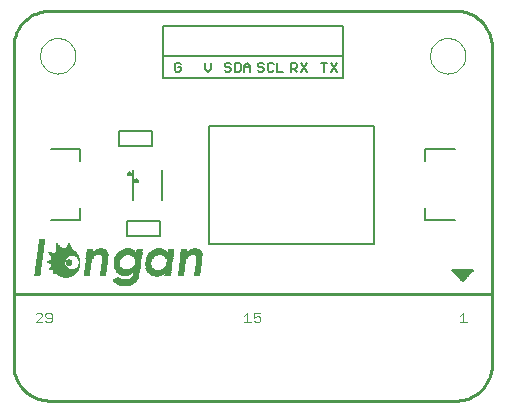
<source format=gto>
G75*
G70*
%OFA0B0*%
%FSLAX24Y24*%
%IPPOS*%
%LPD*%
%AMOC8*
5,1,8,0,0,1.08239X$1,22.5*
%
%ADD10C,0.0050*%
%ADD11C,0.0060*%
%ADD12C,0.0100*%
%ADD13C,0.0000*%
%ADD14C,0.0040*%
%ADD15R,0.0151X0.0006*%
%ADD16R,0.0239X0.0006*%
%ADD17R,0.0302X0.0006*%
%ADD18R,0.0346X0.0006*%
%ADD19R,0.0391X0.0006*%
%ADD20R,0.0422X0.0006*%
%ADD21R,0.0454X0.0006*%
%ADD22R,0.0479X0.0006*%
%ADD23R,0.0504X0.0006*%
%ADD24R,0.0529X0.0006*%
%ADD25R,0.0548X0.0006*%
%ADD26R,0.0573X0.0006*%
%ADD27R,0.0592X0.0006*%
%ADD28R,0.0611X0.0006*%
%ADD29R,0.0630X0.0006*%
%ADD30R,0.0643X0.0006*%
%ADD31R,0.0661X0.0006*%
%ADD32R,0.0674X0.0006*%
%ADD33R,0.0693X0.0006*%
%ADD34R,0.0706X0.0006*%
%ADD35R,0.0718X0.0006*%
%ADD36R,0.0731X0.0006*%
%ADD37R,0.0743X0.0006*%
%ADD38R,0.0750X0.0006*%
%ADD39R,0.0762X0.0006*%
%ADD40R,0.0775X0.0006*%
%ADD41R,0.0787X0.0006*%
%ADD42R,0.0800X0.0006*%
%ADD43R,0.0813X0.0006*%
%ADD44R,0.0806X0.0006*%
%ADD45R,0.0321X0.0006*%
%ADD46R,0.0359X0.0006*%
%ADD47R,0.0283X0.0006*%
%ADD48R,0.0328X0.0006*%
%ADD49R,0.0246X0.0006*%
%ADD50R,0.0315X0.0006*%
%ADD51R,0.0220X0.0006*%
%ADD52R,0.0296X0.0006*%
%ADD53R,0.0195X0.0006*%
%ADD54R,0.0290X0.0006*%
%ADD55R,0.0170X0.0006*%
%ADD56R,0.0277X0.0006*%
%ADD57R,0.0145X0.0006*%
%ADD58R,0.0126X0.0006*%
%ADD59R,0.0265X0.0006*%
%ADD60R,0.0107X0.0006*%
%ADD61R,0.0088X0.0006*%
%ADD62R,0.0258X0.0006*%
%ADD63R,0.0063X0.0006*%
%ADD64R,0.0252X0.0006*%
%ADD65R,0.0044X0.0006*%
%ADD66R,0.0025X0.0006*%
%ADD67R,0.0069X0.0006*%
%ADD68R,0.0006X0.0006*%
%ADD69R,0.0233X0.0006*%
%ADD70R,0.0227X0.0006*%
%ADD71R,0.0384X0.0006*%
%ADD72R,0.0409X0.0006*%
%ADD73R,0.0189X0.0006*%
%ADD74R,0.0435X0.0006*%
%ADD75R,0.0214X0.0006*%
%ADD76R,0.0460X0.0006*%
%ADD77R,0.0208X0.0006*%
%ADD78R,0.0050X0.0006*%
%ADD79R,0.0271X0.0006*%
%ADD80R,0.0485X0.0006*%
%ADD81R,0.0510X0.0006*%
%ADD82R,0.0523X0.0006*%
%ADD83R,0.0372X0.0006*%
%ADD84R,0.0561X0.0006*%
%ADD85R,0.0586X0.0006*%
%ADD86R,0.0340X0.0006*%
%ADD87R,0.0598X0.0006*%
%ADD88R,0.0365X0.0006*%
%ADD89R,0.0441X0.0006*%
%ADD90R,0.0038X0.0006*%
%ADD91R,0.0624X0.0006*%
%ADD92R,0.0416X0.0006*%
%ADD93R,0.0649X0.0006*%
%ADD94R,0.0428X0.0006*%
%ADD95R,0.0472X0.0006*%
%ADD96R,0.0491X0.0006*%
%ADD97R,0.0466X0.0006*%
%ADD98R,0.0756X0.0006*%
%ADD99R,0.0517X0.0006*%
%ADD100R,0.0769X0.0006*%
%ADD101R,0.0781X0.0006*%
%ADD102R,0.0794X0.0006*%
%ADD103R,0.0825X0.0006*%
%ADD104R,0.0838X0.0006*%
%ADD105R,0.0819X0.0006*%
%ADD106R,0.0353X0.0006*%
%ADD107R,0.0850X0.0006*%
%ADD108R,0.0334X0.0006*%
%ADD109R,0.0712X0.0006*%
%ADD110R,0.0157X0.0006*%
%ADD111R,0.0699X0.0006*%
%ADD112R,0.0309X0.0006*%
%ADD113R,0.0680X0.0006*%
%ADD114R,0.0668X0.0006*%
%ADD115R,0.0120X0.0006*%
%ADD116R,0.0655X0.0006*%
%ADD117R,0.0101X0.0006*%
%ADD118R,0.0082X0.0006*%
%ADD119R,0.0076X0.0006*%
%ADD120R,0.0535X0.0006*%
%ADD121R,0.0057X0.0006*%
%ADD122R,0.0498X0.0006*%
%ADD123R,0.0094X0.0006*%
%ADD124R,0.0132X0.0006*%
%ADD125R,0.0202X0.0006*%
%ADD126R,0.0176X0.0006*%
%ADD127R,0.0031X0.0006*%
%ADD128R,0.0183X0.0006*%
%ADD129R,0.0542X0.0006*%
%ADD130R,0.0554X0.0006*%
%ADD131R,0.0567X0.0006*%
%ADD132R,0.0580X0.0006*%
%ADD133R,0.0605X0.0006*%
%ADD134R,0.0687X0.0006*%
%ADD135R,0.0939X0.0006*%
%ADD136R,0.0932X0.0006*%
%ADD137R,0.0857X0.0006*%
%ADD138R,0.0737X0.0006*%
%ADD139R,0.0844X0.0006*%
%ADD140R,0.0724X0.0006*%
%ADD141R,0.0831X0.0006*%
%ADD142R,0.0164X0.0006*%
%ADD143R,0.0636X0.0006*%
%ADD144R,0.0397X0.0006*%
%ADD145R,0.0403X0.0006*%
%ADD146R,0.0378X0.0006*%
%ADD147R,0.0139X0.0006*%
%ADD148R,0.0113X0.0006*%
%ADD149R,0.0019X0.0006*%
%ADD150R,0.0013X0.0006*%
D10*
X004100Y005660D02*
X004100Y006160D01*
X005200Y006160D01*
X005200Y005660D01*
X004100Y005660D01*
X004308Y006868D02*
X004308Y007852D01*
X004145Y007724D02*
X004147Y007738D01*
X004152Y007750D01*
X004161Y007761D01*
X004173Y007769D01*
X004186Y007774D01*
X004199Y007775D01*
X004213Y007772D01*
X004225Y007766D01*
X004236Y007756D01*
X004243Y007744D01*
X004247Y007731D01*
X004247Y007717D01*
X004243Y007704D01*
X004236Y007692D01*
X004225Y007682D01*
X004213Y007676D01*
X004199Y007673D01*
X004186Y007674D01*
X004173Y007679D01*
X004161Y007687D01*
X004152Y007698D01*
X004147Y007710D01*
X004145Y007724D01*
X004365Y007488D02*
X004367Y007502D01*
X004372Y007514D01*
X004381Y007525D01*
X004393Y007533D01*
X004406Y007538D01*
X004419Y007539D01*
X004433Y007536D01*
X004445Y007530D01*
X004456Y007520D01*
X004463Y007508D01*
X004467Y007495D01*
X004467Y007481D01*
X004463Y007468D01*
X004456Y007456D01*
X004445Y007446D01*
X004433Y007440D01*
X004419Y007437D01*
X004406Y007438D01*
X004393Y007443D01*
X004381Y007451D01*
X004372Y007462D01*
X004367Y007474D01*
X004365Y007488D01*
X004367Y007502D01*
X004372Y007514D01*
X004381Y007525D01*
X004393Y007533D01*
X004406Y007538D01*
X004419Y007539D01*
X004433Y007536D01*
X004445Y007530D01*
X004456Y007520D01*
X004463Y007508D01*
X004467Y007495D01*
X004467Y007481D01*
X004463Y007468D01*
X004456Y007456D01*
X004445Y007446D01*
X004433Y007440D01*
X004419Y007437D01*
X004406Y007438D01*
X004393Y007443D01*
X004381Y007451D01*
X004372Y007462D01*
X004367Y007474D01*
X004365Y007488D01*
X005292Y007852D02*
X005292Y006868D01*
X006847Y005391D02*
X006847Y009329D01*
X012359Y009329D01*
X012359Y005391D01*
X006847Y005391D01*
X004950Y008660D02*
X003850Y008660D01*
X003850Y009160D01*
X004950Y009160D01*
X004950Y008660D01*
X002550Y008541D02*
X002550Y008147D01*
X002550Y008541D02*
X001566Y008541D01*
X002550Y006573D02*
X002550Y006179D01*
X001566Y006179D01*
X005300Y010910D02*
X011300Y010910D01*
X011300Y011660D01*
X005300Y011660D01*
X005300Y012660D01*
X011300Y012660D01*
X011300Y011660D01*
X011097Y011435D02*
X010897Y011135D01*
X011097Y011135D02*
X010897Y011435D01*
X010775Y011435D02*
X010575Y011435D01*
X010675Y011435D02*
X010675Y011135D01*
X010097Y011135D02*
X009897Y011435D01*
X009775Y011385D02*
X009775Y011285D01*
X009725Y011235D01*
X009575Y011235D01*
X009575Y011135D02*
X009575Y011435D01*
X009725Y011435D01*
X009775Y011385D01*
X009675Y011235D02*
X009775Y011135D01*
X009897Y011135D02*
X010097Y011435D01*
X009320Y011135D02*
X009120Y011135D01*
X009120Y011435D01*
X008997Y011385D02*
X008947Y011435D01*
X008847Y011435D01*
X008797Y011385D01*
X008797Y011185D01*
X008847Y011135D01*
X008947Y011135D01*
X008997Y011185D01*
X008675Y011185D02*
X008625Y011135D01*
X008525Y011135D01*
X008475Y011185D01*
X008525Y011285D02*
X008625Y011285D01*
X008675Y011235D01*
X008675Y011185D01*
X008525Y011285D02*
X008475Y011335D01*
X008475Y011385D01*
X008525Y011435D01*
X008625Y011435D01*
X008675Y011385D01*
X008220Y011335D02*
X008220Y011135D01*
X008220Y011285D02*
X008020Y011285D01*
X008020Y011335D02*
X008020Y011135D01*
X007897Y011185D02*
X007897Y011385D01*
X007847Y011435D01*
X007697Y011435D01*
X007697Y011135D01*
X007847Y011135D01*
X007897Y011185D01*
X008020Y011335D02*
X008120Y011435D01*
X008220Y011335D01*
X007575Y011385D02*
X007525Y011435D01*
X007425Y011435D01*
X007375Y011385D01*
X007375Y011335D01*
X007425Y011285D01*
X007525Y011285D01*
X007575Y011235D01*
X007575Y011185D01*
X007525Y011135D01*
X007425Y011135D01*
X007375Y011185D01*
X006925Y011235D02*
X006925Y011435D01*
X006925Y011235D02*
X006825Y011135D01*
X006725Y011235D01*
X006725Y011435D01*
X005900Y011385D02*
X005850Y011435D01*
X005750Y011435D01*
X005700Y011385D01*
X005700Y011185D01*
X005750Y011135D01*
X005850Y011135D01*
X005900Y011185D01*
X005900Y011285D01*
X005800Y011285D01*
X005300Y011660D02*
X005300Y010910D01*
X014050Y008541D02*
X014050Y008147D01*
X014050Y008541D02*
X015034Y008541D01*
X014050Y006573D02*
X014050Y006179D01*
X015034Y006179D01*
D11*
X014950Y004510D02*
X015550Y004510D01*
X015550Y004410D01*
X015650Y004510D01*
X015550Y004510D01*
X015550Y004410D01*
X015300Y004160D01*
X014950Y004510D01*
X014965Y004495D02*
X015550Y004495D01*
X015635Y004495D01*
X015577Y004437D02*
X015550Y004437D01*
X015023Y004437D01*
X015082Y004378D02*
X015518Y004378D01*
X015460Y004320D02*
X015140Y004320D01*
X015199Y004261D02*
X015401Y004261D01*
X015343Y004203D02*
X015257Y004203D01*
D12*
X000328Y001364D02*
X000328Y011956D01*
X000330Y012023D01*
X000336Y012090D01*
X000345Y012157D01*
X000358Y012223D01*
X000375Y012288D01*
X000395Y012352D01*
X000419Y012415D01*
X000447Y012477D01*
X000478Y012536D01*
X000512Y012594D01*
X000549Y012650D01*
X000590Y012704D01*
X000633Y012756D01*
X000679Y012805D01*
X000728Y012851D01*
X000780Y012894D01*
X000834Y012935D01*
X000890Y012972D01*
X000948Y013006D01*
X001007Y013037D01*
X001069Y013065D01*
X001132Y013089D01*
X001196Y013109D01*
X001261Y013126D01*
X001327Y013139D01*
X001394Y013148D01*
X001461Y013154D01*
X001528Y013156D01*
X015072Y013156D01*
X015139Y013154D01*
X015206Y013148D01*
X015273Y013139D01*
X015339Y013126D01*
X015404Y013109D01*
X015468Y013089D01*
X015531Y013065D01*
X015593Y013037D01*
X015652Y013006D01*
X015710Y012972D01*
X015766Y012935D01*
X015820Y012894D01*
X015872Y012851D01*
X015921Y012805D01*
X015967Y012756D01*
X016010Y012704D01*
X016051Y012650D01*
X016088Y012594D01*
X016122Y012536D01*
X016153Y012477D01*
X016181Y012415D01*
X016205Y012352D01*
X016225Y012288D01*
X016242Y012223D01*
X016255Y012157D01*
X016264Y012090D01*
X016270Y012023D01*
X016272Y011956D01*
X016272Y001364D01*
X016270Y001297D01*
X016264Y001230D01*
X016255Y001163D01*
X016242Y001097D01*
X016225Y001032D01*
X016205Y000968D01*
X016181Y000905D01*
X016153Y000843D01*
X016122Y000784D01*
X016088Y000726D01*
X016051Y000670D01*
X016010Y000616D01*
X015967Y000564D01*
X015921Y000515D01*
X015872Y000469D01*
X015820Y000426D01*
X015766Y000385D01*
X015710Y000348D01*
X015652Y000314D01*
X015593Y000283D01*
X015531Y000255D01*
X015468Y000231D01*
X015404Y000211D01*
X015339Y000194D01*
X015273Y000181D01*
X015206Y000172D01*
X015139Y000166D01*
X015072Y000164D01*
X001528Y000164D01*
X001461Y000166D01*
X001394Y000172D01*
X001327Y000181D01*
X001261Y000194D01*
X001196Y000211D01*
X001132Y000231D01*
X001069Y000255D01*
X001007Y000283D01*
X000948Y000314D01*
X000890Y000348D01*
X000834Y000385D01*
X000780Y000426D01*
X000728Y000469D01*
X000679Y000515D01*
X000633Y000564D01*
X000590Y000616D01*
X000549Y000670D01*
X000512Y000726D01*
X000478Y000784D01*
X000447Y000843D01*
X000419Y000905D01*
X000395Y000968D01*
X000375Y001032D01*
X000358Y001097D01*
X000345Y001163D01*
X000336Y001230D01*
X000330Y001297D01*
X000328Y001364D01*
X000359Y003707D02*
X016241Y003707D01*
D13*
X014209Y011660D02*
X014211Y011708D01*
X014217Y011756D01*
X014227Y011803D01*
X014240Y011849D01*
X014258Y011894D01*
X014278Y011938D01*
X014303Y011980D01*
X014331Y012019D01*
X014361Y012056D01*
X014395Y012090D01*
X014432Y012122D01*
X014470Y012151D01*
X014511Y012176D01*
X014554Y012198D01*
X014599Y012216D01*
X014645Y012230D01*
X014692Y012241D01*
X014740Y012248D01*
X014788Y012251D01*
X014836Y012250D01*
X014884Y012245D01*
X014932Y012236D01*
X014978Y012224D01*
X015023Y012207D01*
X015067Y012187D01*
X015109Y012164D01*
X015149Y012137D01*
X015187Y012107D01*
X015222Y012074D01*
X015254Y012038D01*
X015284Y012000D01*
X015310Y011959D01*
X015332Y011916D01*
X015352Y011872D01*
X015367Y011827D01*
X015379Y011780D01*
X015387Y011732D01*
X015391Y011684D01*
X015391Y011636D01*
X015387Y011588D01*
X015379Y011540D01*
X015367Y011493D01*
X015352Y011448D01*
X015332Y011404D01*
X015310Y011361D01*
X015284Y011320D01*
X015254Y011282D01*
X015222Y011246D01*
X015187Y011213D01*
X015149Y011183D01*
X015109Y011156D01*
X015067Y011133D01*
X015023Y011113D01*
X014978Y011096D01*
X014932Y011084D01*
X014884Y011075D01*
X014836Y011070D01*
X014788Y011069D01*
X014740Y011072D01*
X014692Y011079D01*
X014645Y011090D01*
X014599Y011104D01*
X014554Y011122D01*
X014511Y011144D01*
X014470Y011169D01*
X014432Y011198D01*
X014395Y011230D01*
X014361Y011264D01*
X014331Y011301D01*
X014303Y011340D01*
X014278Y011382D01*
X014258Y011426D01*
X014240Y011471D01*
X014227Y011517D01*
X014217Y011564D01*
X014211Y011612D01*
X014209Y011660D01*
X001209Y011660D02*
X001211Y011708D01*
X001217Y011756D01*
X001227Y011803D01*
X001240Y011849D01*
X001258Y011894D01*
X001278Y011938D01*
X001303Y011980D01*
X001331Y012019D01*
X001361Y012056D01*
X001395Y012090D01*
X001432Y012122D01*
X001470Y012151D01*
X001511Y012176D01*
X001554Y012198D01*
X001599Y012216D01*
X001645Y012230D01*
X001692Y012241D01*
X001740Y012248D01*
X001788Y012251D01*
X001836Y012250D01*
X001884Y012245D01*
X001932Y012236D01*
X001978Y012224D01*
X002023Y012207D01*
X002067Y012187D01*
X002109Y012164D01*
X002149Y012137D01*
X002187Y012107D01*
X002222Y012074D01*
X002254Y012038D01*
X002284Y012000D01*
X002310Y011959D01*
X002332Y011916D01*
X002352Y011872D01*
X002367Y011827D01*
X002379Y011780D01*
X002387Y011732D01*
X002391Y011684D01*
X002391Y011636D01*
X002387Y011588D01*
X002379Y011540D01*
X002367Y011493D01*
X002352Y011448D01*
X002332Y011404D01*
X002310Y011361D01*
X002284Y011320D01*
X002254Y011282D01*
X002222Y011246D01*
X002187Y011213D01*
X002149Y011183D01*
X002109Y011156D01*
X002067Y011133D01*
X002023Y011113D01*
X001978Y011096D01*
X001932Y011084D01*
X001884Y011075D01*
X001836Y011070D01*
X001788Y011069D01*
X001740Y011072D01*
X001692Y011079D01*
X001645Y011090D01*
X001599Y011104D01*
X001554Y011122D01*
X001511Y011144D01*
X001470Y011169D01*
X001432Y011198D01*
X001395Y011230D01*
X001361Y011264D01*
X001331Y011301D01*
X001303Y011340D01*
X001278Y011382D01*
X001258Y011426D01*
X001240Y011471D01*
X001227Y011517D01*
X001217Y011564D01*
X001211Y011612D01*
X001209Y011660D01*
D14*
X001225Y003090D02*
X001122Y003090D01*
X001070Y003039D01*
X001225Y003090D02*
X001277Y003039D01*
X001277Y002987D01*
X001070Y002780D01*
X001277Y002780D01*
X001392Y002832D02*
X001444Y002780D01*
X001547Y002780D01*
X001599Y002832D01*
X001599Y003039D01*
X001547Y003090D01*
X001444Y003090D01*
X001392Y003039D01*
X001392Y002987D01*
X001444Y002935D01*
X001599Y002935D01*
X008020Y002987D02*
X008123Y003090D01*
X008123Y002780D01*
X008020Y002780D02*
X008227Y002780D01*
X008342Y002832D02*
X008394Y002780D01*
X008497Y002780D01*
X008549Y002832D01*
X008549Y002935D01*
X008497Y002987D01*
X008446Y002987D01*
X008342Y002935D01*
X008342Y003090D01*
X008549Y003090D01*
X015220Y002987D02*
X015323Y003090D01*
X015323Y002780D01*
X015220Y002780D02*
X015427Y002780D01*
D15*
X004043Y003976D03*
X004050Y004323D03*
X002166Y005267D03*
X001832Y005261D03*
D16*
X002859Y004896D03*
X002859Y004890D03*
X003237Y005192D03*
X003376Y004978D03*
X003817Y004908D03*
X003817Y004902D03*
X003823Y004915D03*
X003798Y004593D03*
X003804Y004587D03*
X004440Y004612D03*
X004377Y004260D03*
X004043Y003982D03*
X004856Y004568D03*
X004862Y004562D03*
X004869Y004902D03*
X004875Y004908D03*
X004875Y004915D03*
X004881Y004921D03*
X004478Y004908D03*
X004478Y004902D03*
X005524Y004896D03*
X005524Y004890D03*
X005486Y004600D03*
X005996Y004890D03*
X005996Y004896D03*
X006374Y005192D03*
X006513Y004978D03*
D17*
X006040Y004978D03*
X005505Y004965D03*
X005442Y004524D03*
X005095Y004323D03*
X004919Y004499D03*
X004950Y004997D03*
X004396Y004549D03*
X004043Y003989D03*
X002903Y004978D03*
X004138Y005186D03*
D18*
X004437Y004990D03*
X004374Y004530D03*
X004947Y004486D03*
X005092Y004335D03*
X005489Y004990D03*
X006062Y005003D03*
X004046Y003995D03*
X002925Y005003D03*
D19*
X004050Y004367D03*
X004352Y004518D03*
X004043Y004001D03*
X005095Y004348D03*
X005467Y005009D03*
D20*
X005092Y004360D03*
X004046Y004008D03*
D21*
X004043Y004014D03*
X004050Y004386D03*
X003224Y005116D03*
X005171Y005141D03*
X006361Y005116D03*
D22*
X004043Y004020D03*
X001826Y004644D03*
X001826Y004650D03*
X001820Y004663D03*
X001807Y004701D03*
X001826Y004845D03*
X001832Y004858D03*
D23*
X001851Y004902D03*
X002015Y005192D03*
X002009Y005211D03*
X002009Y005217D03*
X004050Y004404D03*
X004043Y004027D03*
X005095Y004392D03*
X004125Y005123D03*
D24*
X004043Y004033D03*
X002028Y005173D03*
X001788Y004814D03*
D25*
X001779Y004808D03*
X001829Y004587D03*
X002062Y004341D03*
X002037Y005160D03*
X004046Y004039D03*
X004122Y005104D03*
X005161Y005097D03*
D26*
X004046Y004045D03*
X001829Y004575D03*
D27*
X001744Y004757D03*
X001750Y004789D03*
X001870Y004953D03*
X004043Y004052D03*
D28*
X004046Y004058D03*
X002062Y004367D03*
X001829Y004556D03*
X001873Y004959D03*
X002062Y005123D03*
D29*
X001883Y004965D03*
X001832Y004549D03*
X004043Y004064D03*
D30*
X004043Y004071D03*
X001832Y004543D03*
D31*
X004046Y004077D03*
D32*
X004046Y004083D03*
X002062Y005097D03*
D33*
X002065Y005085D03*
X004043Y004090D03*
D34*
X004043Y004096D03*
X003117Y005079D03*
X003117Y005085D03*
X002065Y005079D03*
X006254Y005085D03*
D35*
X006261Y005060D03*
X004043Y004102D03*
X003124Y005060D03*
D36*
X003124Y005041D03*
X003124Y005034D03*
X003124Y005028D03*
X002059Y005066D03*
X004043Y004108D03*
X006261Y005028D03*
X006261Y005034D03*
X006261Y005041D03*
X006261Y005047D03*
D37*
X004157Y004417D03*
X004043Y004115D03*
X002021Y004386D03*
D38*
X002024Y004392D03*
X004046Y004121D03*
X004154Y004423D03*
X005206Y004404D03*
D39*
X005199Y004423D03*
X004154Y004430D03*
X004046Y004127D03*
X002037Y004411D03*
X002031Y004404D03*
D40*
X002050Y004436D03*
X002056Y004442D03*
X004046Y004134D03*
X004147Y004442D03*
X004147Y004449D03*
X005193Y004442D03*
X005193Y004436D03*
D41*
X005193Y004449D03*
X004141Y004461D03*
X004046Y004146D03*
X004046Y004140D03*
X002062Y004455D03*
X002062Y004461D03*
D42*
X002062Y004467D03*
X004046Y004153D03*
X004141Y004474D03*
X004223Y005085D03*
X004229Y005091D03*
X005187Y004467D03*
D43*
X005262Y005066D03*
X004217Y005072D03*
X004135Y004493D03*
X004135Y004486D03*
X004046Y004165D03*
X004046Y004159D03*
X002062Y004474D03*
X002062Y004480D03*
D44*
X004056Y004171D03*
X004138Y004480D03*
X004220Y005079D03*
X005265Y005072D03*
X005183Y004480D03*
X005183Y004474D03*
D45*
X005432Y004512D03*
X005495Y004978D03*
X005180Y005179D03*
X004450Y004978D03*
X003826Y004178D03*
X002913Y004990D03*
X002062Y004285D03*
X006050Y004990D03*
D46*
X005483Y004997D03*
X004431Y004997D03*
X004135Y005173D03*
X004286Y004178D03*
X002062Y004291D03*
D47*
X002062Y004279D03*
X002887Y004959D03*
X003354Y005009D03*
X003870Y004971D03*
X003845Y004537D03*
X003820Y004184D03*
X004462Y004953D03*
X004928Y004978D03*
X004935Y004984D03*
X004909Y004505D03*
X005451Y004537D03*
X005457Y004543D03*
X005514Y004946D03*
X006024Y004959D03*
X006031Y004965D03*
X006491Y005009D03*
D48*
X005492Y004984D03*
X005095Y004329D03*
X004383Y004537D03*
X004302Y004184D03*
X004138Y005179D03*
D49*
X003832Y004927D03*
X003826Y004921D03*
X003807Y004581D03*
X003813Y004190D03*
X004374Y004253D03*
X004431Y004600D03*
X004437Y004606D03*
X004865Y004556D03*
X004884Y004927D03*
X004891Y004934D03*
X005527Y004902D03*
X005483Y004593D03*
X005483Y004587D03*
X005476Y004581D03*
X005999Y004902D03*
X005999Y004908D03*
X006509Y004984D03*
X003372Y004984D03*
X002862Y004908D03*
X002862Y004902D03*
D50*
X003338Y005016D03*
X003905Y004997D03*
X004390Y004543D03*
X004050Y004348D03*
X004314Y004190D03*
X004931Y004493D03*
X004963Y005003D03*
X004453Y004971D03*
X006475Y005016D03*
D51*
X006522Y004946D03*
X006522Y004940D03*
X006522Y004934D03*
X006522Y004927D03*
X006522Y004921D03*
X006522Y004915D03*
X006522Y004896D03*
X006522Y004890D03*
X006522Y004883D03*
X006522Y004877D03*
X006522Y004871D03*
X006516Y004820D03*
X006516Y004814D03*
X006509Y004770D03*
X006503Y004726D03*
X006497Y004682D03*
X006497Y004675D03*
X006491Y004631D03*
X006484Y004587D03*
X006478Y004543D03*
X006478Y004537D03*
X006472Y004493D03*
X006465Y004449D03*
X006459Y004404D03*
X006453Y004354D03*
X005961Y004726D03*
X005961Y004732D03*
X005968Y004764D03*
X005968Y004770D03*
X005968Y004776D03*
X005974Y004789D03*
X005974Y004795D03*
X005974Y004801D03*
X005974Y004808D03*
X005974Y004814D03*
X005980Y004827D03*
X005980Y004833D03*
X006018Y005141D03*
X006018Y005148D03*
X005577Y005173D03*
X005577Y005179D03*
X005571Y005135D03*
X005571Y005129D03*
X005565Y005085D03*
X005527Y004852D03*
X005502Y004644D03*
X005502Y004638D03*
X005495Y004625D03*
X005924Y004455D03*
X005911Y004360D03*
X004840Y004606D03*
X004840Y004612D03*
X004834Y004625D03*
X004834Y004631D03*
X004834Y004638D03*
X004828Y004656D03*
X004828Y004663D03*
X004828Y004770D03*
X004828Y004776D03*
X004834Y004801D03*
X004834Y004808D03*
X004834Y004814D03*
X004834Y004820D03*
X004840Y004827D03*
X004840Y004833D03*
X004840Y004839D03*
X004846Y004852D03*
X004519Y005097D03*
X004525Y005135D03*
X004525Y005141D03*
X004531Y005179D03*
X004531Y005186D03*
X004456Y004650D03*
X004450Y004644D03*
X004450Y004638D03*
X004406Y004329D03*
X004406Y004323D03*
X004399Y004310D03*
X004399Y004304D03*
X004393Y004291D03*
X003813Y004197D03*
X003782Y004631D03*
X003782Y004638D03*
X003782Y004644D03*
X003776Y004650D03*
X003776Y004656D03*
X003776Y004663D03*
X003782Y004820D03*
X003782Y004827D03*
X003788Y004839D03*
X003788Y004845D03*
X003794Y004858D03*
X003385Y004871D03*
X003385Y004877D03*
X003385Y004883D03*
X003385Y004890D03*
X003385Y004896D03*
X003385Y004902D03*
X003385Y004908D03*
X003385Y004915D03*
X003385Y004921D03*
X003385Y004927D03*
X003385Y004934D03*
X003385Y004940D03*
X003385Y004946D03*
X003379Y004820D03*
X003372Y004770D03*
X003366Y004726D03*
X003360Y004682D03*
X003354Y004638D03*
X003354Y004631D03*
X003347Y004587D03*
X003341Y004543D03*
X003335Y004499D03*
X003335Y004493D03*
X003328Y004449D03*
X003322Y004404D03*
X003316Y004360D03*
X003316Y004354D03*
X002818Y004688D03*
X002824Y004726D03*
X002824Y004732D03*
X002831Y004764D03*
X002831Y004770D03*
X002831Y004776D03*
X002837Y004795D03*
X002837Y004801D03*
X002837Y004808D03*
X002837Y004814D03*
X002843Y004833D03*
X002881Y005148D03*
X002787Y004455D03*
X002780Y004411D03*
X002774Y004360D03*
X001155Y004581D03*
X001161Y004625D03*
X001168Y004669D03*
X001174Y004719D03*
X001180Y004764D03*
X001187Y004808D03*
X001193Y004852D03*
X001193Y004858D03*
X001199Y004902D03*
X001206Y004946D03*
X001212Y004990D03*
X001212Y004997D03*
X001218Y005041D03*
X001224Y005085D03*
X001231Y005129D03*
X001231Y005135D03*
X001237Y005179D03*
X001243Y005223D03*
X001250Y005267D03*
X001256Y005318D03*
X001262Y005362D03*
X001269Y005406D03*
X001275Y005456D03*
X001281Y005501D03*
X001149Y004530D03*
X001143Y004486D03*
X001136Y004442D03*
X001130Y004392D03*
X001124Y004348D03*
D52*
X003851Y004530D03*
X003889Y004984D03*
X004462Y004959D03*
X005180Y005186D03*
X005508Y004959D03*
X004324Y004197D03*
D53*
X003813Y004203D03*
X004475Y004719D03*
X004475Y004726D03*
X004475Y004732D03*
X004481Y004745D03*
X004481Y004751D03*
X004481Y004757D03*
X004481Y004764D03*
X004481Y004770D03*
X004481Y004776D03*
X002182Y004776D03*
X002182Y004782D03*
X002182Y004707D03*
X002182Y004701D03*
X001854Y005223D03*
D54*
X002891Y004965D03*
X002897Y004971D03*
X003237Y005179D03*
X003880Y004978D03*
X004402Y004556D03*
X004409Y004562D03*
X004333Y004203D03*
X004050Y004341D03*
X004944Y004990D03*
X005511Y004953D03*
X005448Y004530D03*
X006034Y004971D03*
X006374Y005179D03*
D55*
X003813Y004209D03*
X002402Y004978D03*
X002182Y004808D03*
X002182Y004682D03*
X002062Y004266D03*
X002163Y005249D03*
X001842Y005242D03*
D56*
X002884Y004953D03*
X003835Y004543D03*
X004415Y004568D03*
X004346Y004216D03*
X004339Y004209D03*
X004900Y004512D03*
X004465Y004946D03*
X005461Y004549D03*
X006021Y004953D03*
D57*
X003813Y004216D03*
X002421Y004518D03*
X002182Y004669D03*
X002182Y004820D03*
X002421Y004971D03*
X002169Y005274D03*
X001829Y005267D03*
D58*
X001813Y005293D03*
X002172Y005293D03*
X002431Y004524D03*
X003810Y004222D03*
X005095Y004297D03*
D59*
X004894Y004518D03*
X004887Y004524D03*
X004421Y004581D03*
X004358Y004228D03*
X004352Y004222D03*
X003829Y004549D03*
X003823Y004556D03*
X003854Y004953D03*
X004472Y004934D03*
X004472Y004927D03*
X005183Y005192D03*
X005517Y004934D03*
X005517Y004927D03*
X005467Y004562D03*
X006015Y004940D03*
X006374Y005186D03*
X003237Y005186D03*
X002878Y004940D03*
D60*
X003240Y005211D03*
X002446Y004953D03*
X002182Y004833D03*
X002446Y004537D03*
X002176Y005312D03*
X003813Y004228D03*
X006377Y005211D03*
D61*
X003817Y004234D03*
X002469Y004556D03*
X002462Y004549D03*
X002185Y004839D03*
X002469Y004934D03*
X001794Y005324D03*
D62*
X002875Y004934D03*
X003366Y004997D03*
X003845Y004946D03*
X003820Y004562D03*
X004424Y004587D03*
X004361Y004234D03*
X004878Y004537D03*
X004884Y004530D03*
X004903Y004953D03*
X004909Y004959D03*
X004475Y004921D03*
X005520Y004921D03*
X005470Y004568D03*
X006012Y004934D03*
X006503Y004997D03*
D63*
X003817Y004241D03*
X002494Y004593D03*
X002185Y004644D03*
X002487Y004902D03*
X002494Y004896D03*
X002185Y005349D03*
X001782Y005349D03*
X001681Y004379D03*
D64*
X002865Y004915D03*
X002872Y004921D03*
X002872Y004927D03*
X003369Y004990D03*
X003835Y004934D03*
X003842Y004940D03*
X003810Y004575D03*
X003817Y004568D03*
X004050Y004335D03*
X004365Y004241D03*
X004371Y004247D03*
X004428Y004593D03*
X004478Y004915D03*
X004894Y004940D03*
X004900Y004946D03*
X004869Y004549D03*
X004875Y004543D03*
X005473Y004575D03*
X005524Y004908D03*
X005524Y004915D03*
X006002Y004915D03*
X006009Y004921D03*
X006009Y004927D03*
X006506Y004990D03*
D65*
X003820Y004247D03*
X002516Y004638D03*
X002516Y004644D03*
X002522Y004663D03*
X002509Y004625D03*
X002522Y004827D03*
X002516Y004839D03*
X002516Y004845D03*
X002516Y004852D03*
X002188Y005368D03*
X001772Y005368D03*
D66*
X003823Y004253D03*
D67*
X002491Y004587D03*
X002484Y004581D03*
X002484Y004908D03*
X002062Y004260D03*
X001785Y005343D03*
D68*
X003826Y004260D03*
D69*
X003794Y004600D03*
X003807Y004890D03*
X003813Y004896D03*
X004141Y005198D03*
X004481Y004896D03*
X004481Y004890D03*
X004443Y004625D03*
X004443Y004619D03*
X004387Y004272D03*
X004380Y004266D03*
X004853Y004575D03*
X004853Y004581D03*
X004859Y004883D03*
X004865Y004896D03*
X005527Y004883D03*
X005527Y004877D03*
X005489Y004612D03*
X005489Y004606D03*
X005092Y004310D03*
X005987Y004858D03*
X005987Y004864D03*
X005987Y004871D03*
X005993Y004877D03*
X005993Y004883D03*
X006516Y004965D03*
X006516Y004971D03*
X003379Y004971D03*
X003379Y004965D03*
X002856Y004883D03*
X002856Y004877D03*
X002850Y004871D03*
X002850Y004864D03*
X002850Y004858D03*
X002062Y004272D03*
D70*
X002840Y004820D03*
X002840Y004827D03*
X002846Y004839D03*
X002846Y004845D03*
X002846Y004852D03*
X003382Y004953D03*
X003382Y004959D03*
X003785Y004625D03*
X003785Y004619D03*
X003791Y004612D03*
X003791Y004606D03*
X003791Y004852D03*
X003798Y004864D03*
X003798Y004871D03*
X003804Y004877D03*
X003804Y004883D03*
X004484Y004883D03*
X004484Y004877D03*
X004484Y004871D03*
X004446Y004631D03*
X004837Y004619D03*
X004843Y004600D03*
X004843Y004593D03*
X004850Y004587D03*
X004843Y004845D03*
X004850Y004858D03*
X004850Y004864D03*
X004856Y004871D03*
X004856Y004877D03*
X004862Y004890D03*
X005183Y005198D03*
X005530Y004871D03*
X005530Y004864D03*
X005530Y004858D03*
X005498Y004631D03*
X005492Y004619D03*
X005977Y004820D03*
X005983Y004839D03*
X005983Y004845D03*
X005983Y004852D03*
X006519Y004953D03*
X006519Y004959D03*
X004396Y004297D03*
X004390Y004285D03*
X004390Y004279D03*
D71*
X004424Y005003D03*
X003228Y005148D03*
X002950Y005016D03*
X002062Y004297D03*
X006087Y005016D03*
X006365Y005148D03*
D72*
X006365Y005135D03*
X005382Y004486D03*
X005092Y004354D03*
X005174Y005154D03*
X003228Y005135D03*
X002062Y004304D03*
D73*
X002185Y004789D03*
X002160Y005236D03*
X001851Y005230D03*
X004144Y005204D03*
X005095Y004304D03*
D74*
X002062Y004310D03*
D75*
X002771Y004323D03*
X002771Y004329D03*
X002771Y004335D03*
X002771Y004341D03*
X002771Y004348D03*
X002771Y004354D03*
X002777Y004367D03*
X002777Y004373D03*
X002777Y004379D03*
X002777Y004386D03*
X002777Y004392D03*
X002777Y004398D03*
X002777Y004404D03*
X002783Y004417D03*
X002783Y004423D03*
X002783Y004430D03*
X002783Y004436D03*
X002783Y004442D03*
X002783Y004449D03*
X002790Y004461D03*
X002790Y004467D03*
X002790Y004474D03*
X002790Y004480D03*
X002790Y004486D03*
X002790Y004493D03*
X002790Y004499D03*
X002796Y004505D03*
X002796Y004512D03*
X002796Y004518D03*
X002796Y004524D03*
X002796Y004530D03*
X002796Y004537D03*
X002796Y004543D03*
X002796Y004549D03*
X002802Y004556D03*
X002802Y004562D03*
X002802Y004568D03*
X002802Y004575D03*
X002802Y004581D03*
X002802Y004587D03*
X002802Y004593D03*
X002809Y004600D03*
X002809Y004606D03*
X002809Y004612D03*
X002809Y004619D03*
X002809Y004625D03*
X002809Y004631D03*
X002809Y004638D03*
X002815Y004650D03*
X002815Y004656D03*
X002815Y004663D03*
X002815Y004669D03*
X002815Y004675D03*
X002815Y004682D03*
X002821Y004694D03*
X002821Y004701D03*
X002821Y004707D03*
X002821Y004713D03*
X002821Y004719D03*
X002828Y004738D03*
X002828Y004745D03*
X002828Y004751D03*
X002828Y004757D03*
X002834Y004782D03*
X002834Y004789D03*
X002878Y005110D03*
X002878Y005116D03*
X002878Y005123D03*
X002878Y005129D03*
X002878Y005135D03*
X002878Y005141D03*
X002884Y005154D03*
X002884Y005160D03*
X002884Y005167D03*
X002884Y005173D03*
X002884Y005179D03*
X002884Y005186D03*
X003382Y004864D03*
X003382Y004858D03*
X003382Y004852D03*
X003382Y004845D03*
X003382Y004839D03*
X003382Y004833D03*
X003382Y004827D03*
X003376Y004814D03*
X003376Y004808D03*
X003376Y004801D03*
X003376Y004795D03*
X003376Y004789D03*
X003376Y004782D03*
X003376Y004776D03*
X003369Y004764D03*
X003369Y004757D03*
X003369Y004751D03*
X003369Y004745D03*
X003369Y004738D03*
X003369Y004732D03*
X003363Y004719D03*
X003363Y004713D03*
X003363Y004707D03*
X003363Y004701D03*
X003363Y004694D03*
X003363Y004688D03*
X003357Y004675D03*
X003357Y004669D03*
X003357Y004663D03*
X003357Y004656D03*
X003357Y004650D03*
X003357Y004644D03*
X003350Y004625D03*
X003350Y004619D03*
X003350Y004612D03*
X003350Y004606D03*
X003350Y004600D03*
X003350Y004593D03*
X003344Y004581D03*
X003344Y004575D03*
X003344Y004568D03*
X003344Y004562D03*
X003344Y004556D03*
X003344Y004549D03*
X003338Y004537D03*
X003338Y004530D03*
X003338Y004524D03*
X003338Y004518D03*
X003338Y004512D03*
X003338Y004505D03*
X003331Y004486D03*
X003331Y004480D03*
X003331Y004474D03*
X003331Y004467D03*
X003331Y004461D03*
X003331Y004455D03*
X003325Y004442D03*
X003325Y004436D03*
X003325Y004430D03*
X003325Y004423D03*
X003325Y004417D03*
X003325Y004411D03*
X003319Y004398D03*
X003319Y004392D03*
X003319Y004386D03*
X003319Y004379D03*
X003319Y004373D03*
X003319Y004367D03*
X003313Y004348D03*
X003313Y004341D03*
X003313Y004335D03*
X003313Y004329D03*
X003313Y004323D03*
X003772Y004669D03*
X003772Y004675D03*
X003772Y004682D03*
X003772Y004688D03*
X003772Y004694D03*
X003772Y004764D03*
X003772Y004770D03*
X003772Y004776D03*
X003772Y004782D03*
X003772Y004789D03*
X003772Y004795D03*
X003779Y004801D03*
X003779Y004808D03*
X003779Y004814D03*
X003785Y004833D03*
X004050Y004329D03*
X004402Y004316D03*
X004409Y004335D03*
X004409Y004341D03*
X004409Y004348D03*
X004415Y004354D03*
X004415Y004360D03*
X004415Y004367D03*
X004415Y004373D03*
X004421Y004392D03*
X004421Y004398D03*
X004421Y004404D03*
X004459Y004656D03*
X004459Y004663D03*
X004484Y004845D03*
X004484Y004852D03*
X004484Y004858D03*
X004484Y004864D03*
X004522Y005104D03*
X004522Y005110D03*
X004522Y005116D03*
X004522Y005123D03*
X004522Y005129D03*
X004528Y005148D03*
X004528Y005154D03*
X004528Y005160D03*
X004528Y005167D03*
X004528Y005173D03*
X004535Y005192D03*
X004831Y004795D03*
X004831Y004789D03*
X004831Y004782D03*
X004824Y004764D03*
X004824Y004757D03*
X004824Y004751D03*
X004824Y004745D03*
X004824Y004738D03*
X004824Y004732D03*
X004824Y004726D03*
X004824Y004719D03*
X004824Y004713D03*
X004824Y004707D03*
X004824Y004701D03*
X004824Y004694D03*
X004824Y004688D03*
X004824Y004682D03*
X004824Y004675D03*
X004824Y004669D03*
X004831Y004650D03*
X004831Y004644D03*
X005505Y004650D03*
X005505Y004656D03*
X005505Y004663D03*
X005511Y004675D03*
X005530Y004814D03*
X005530Y004820D03*
X005530Y004827D03*
X005530Y004833D03*
X005530Y004839D03*
X005530Y004845D03*
X005561Y005079D03*
X005568Y005091D03*
X005568Y005097D03*
X005568Y005104D03*
X005568Y005110D03*
X005568Y005116D03*
X005568Y005123D03*
X005574Y005141D03*
X005574Y005148D03*
X005574Y005154D03*
X005574Y005160D03*
X005574Y005167D03*
X005580Y005186D03*
X005580Y005192D03*
X006015Y005135D03*
X006015Y005129D03*
X006015Y005123D03*
X006015Y005116D03*
X006015Y005110D03*
X006021Y005154D03*
X006021Y005160D03*
X006021Y005167D03*
X006021Y005173D03*
X006021Y005179D03*
X006021Y005186D03*
X005971Y004782D03*
X005965Y004757D03*
X005965Y004751D03*
X005965Y004745D03*
X005965Y004738D03*
X005958Y004719D03*
X005958Y004713D03*
X005958Y004707D03*
X005958Y004701D03*
X005958Y004694D03*
X005958Y004688D03*
X005952Y004682D03*
X005952Y004675D03*
X005952Y004669D03*
X005952Y004663D03*
X005952Y004656D03*
X005952Y004650D03*
X005952Y004644D03*
X005946Y004638D03*
X005946Y004631D03*
X005946Y004625D03*
X005946Y004619D03*
X005946Y004612D03*
X005946Y004606D03*
X005946Y004600D03*
X005939Y004593D03*
X005939Y004587D03*
X005939Y004581D03*
X005939Y004575D03*
X005939Y004568D03*
X005939Y004562D03*
X005939Y004556D03*
X005939Y004549D03*
X005933Y004543D03*
X005933Y004537D03*
X005933Y004530D03*
X005933Y004524D03*
X005933Y004518D03*
X005933Y004512D03*
X005933Y004505D03*
X005927Y004499D03*
X005927Y004493D03*
X005927Y004486D03*
X005927Y004480D03*
X005927Y004474D03*
X005927Y004467D03*
X005927Y004461D03*
X005920Y004449D03*
X005920Y004442D03*
X005920Y004436D03*
X005920Y004430D03*
X005920Y004423D03*
X005920Y004417D03*
X005920Y004411D03*
X005914Y004404D03*
X005914Y004398D03*
X005914Y004392D03*
X005914Y004386D03*
X005914Y004379D03*
X005914Y004373D03*
X005914Y004367D03*
X005908Y004354D03*
X005908Y004348D03*
X005908Y004341D03*
X005908Y004335D03*
X005908Y004329D03*
X005908Y004323D03*
X005467Y004360D03*
X005467Y004367D03*
X005467Y004373D03*
X005467Y004379D03*
X005467Y004386D03*
X005467Y004392D03*
X005467Y004398D03*
X005461Y004348D03*
X005461Y004341D03*
X005461Y004335D03*
X005461Y004329D03*
X005461Y004323D03*
X006450Y004323D03*
X006450Y004329D03*
X006450Y004335D03*
X006450Y004341D03*
X006450Y004348D03*
X006456Y004360D03*
X006456Y004367D03*
X006456Y004373D03*
X006456Y004379D03*
X006456Y004386D03*
X006456Y004392D03*
X006456Y004398D03*
X006462Y004411D03*
X006462Y004417D03*
X006462Y004423D03*
X006462Y004430D03*
X006462Y004436D03*
X006462Y004442D03*
X006469Y004455D03*
X006469Y004461D03*
X006469Y004467D03*
X006469Y004474D03*
X006469Y004480D03*
X006469Y004486D03*
X006475Y004499D03*
X006475Y004505D03*
X006475Y004512D03*
X006475Y004518D03*
X006475Y004524D03*
X006475Y004530D03*
X006481Y004549D03*
X006481Y004556D03*
X006481Y004562D03*
X006481Y004568D03*
X006481Y004575D03*
X006481Y004581D03*
X006487Y004593D03*
X006487Y004600D03*
X006487Y004606D03*
X006487Y004612D03*
X006487Y004619D03*
X006487Y004625D03*
X006494Y004638D03*
X006494Y004644D03*
X006494Y004650D03*
X006494Y004656D03*
X006494Y004663D03*
X006494Y004669D03*
X006500Y004688D03*
X006500Y004694D03*
X006500Y004701D03*
X006500Y004707D03*
X006500Y004713D03*
X006500Y004719D03*
X006506Y004732D03*
X006506Y004738D03*
X006506Y004745D03*
X006506Y004751D03*
X006506Y004757D03*
X006506Y004764D03*
X006513Y004776D03*
X006513Y004782D03*
X006513Y004789D03*
X006513Y004795D03*
X006513Y004801D03*
X006513Y004808D03*
X006519Y004827D03*
X006519Y004833D03*
X006519Y004839D03*
X006519Y004845D03*
X006519Y004852D03*
X006519Y004858D03*
X006519Y004864D03*
X006525Y004902D03*
X006525Y004908D03*
X006450Y004316D03*
X001221Y005047D03*
X001221Y005053D03*
X001221Y005060D03*
X001221Y005066D03*
X001221Y005072D03*
X001221Y005079D03*
X001228Y005091D03*
X001228Y005097D03*
X001228Y005104D03*
X001228Y005110D03*
X001228Y005116D03*
X001228Y005123D03*
X001234Y005141D03*
X001234Y005148D03*
X001234Y005154D03*
X001234Y005160D03*
X001234Y005167D03*
X001234Y005173D03*
X001240Y005186D03*
X001240Y005192D03*
X001240Y005198D03*
X001240Y005204D03*
X001240Y005211D03*
X001240Y005217D03*
X001246Y005230D03*
X001246Y005236D03*
X001246Y005242D03*
X001246Y005249D03*
X001246Y005255D03*
X001246Y005261D03*
X001253Y005274D03*
X001253Y005280D03*
X001253Y005286D03*
X001253Y005293D03*
X001253Y005299D03*
X001253Y005305D03*
X001253Y005312D03*
X001259Y005324D03*
X001259Y005330D03*
X001259Y005337D03*
X001259Y005343D03*
X001259Y005349D03*
X001259Y005356D03*
X001265Y005368D03*
X001265Y005375D03*
X001265Y005381D03*
X001265Y005387D03*
X001265Y005393D03*
X001265Y005400D03*
X001272Y005412D03*
X001272Y005419D03*
X001272Y005425D03*
X001272Y005431D03*
X001272Y005438D03*
X001272Y005444D03*
X001272Y005450D03*
X001278Y005463D03*
X001278Y005469D03*
X001278Y005475D03*
X001278Y005482D03*
X001278Y005488D03*
X001278Y005494D03*
X001284Y005507D03*
X001284Y005513D03*
X001284Y005519D03*
X001284Y005526D03*
X001215Y005034D03*
X001215Y005028D03*
X001215Y005022D03*
X001215Y005016D03*
X001215Y005009D03*
X001215Y005003D03*
X001209Y004984D03*
X001209Y004978D03*
X001209Y004971D03*
X001209Y004965D03*
X001209Y004959D03*
X001209Y004953D03*
X001202Y004940D03*
X001202Y004934D03*
X001202Y004927D03*
X001202Y004921D03*
X001202Y004915D03*
X001202Y004908D03*
X001196Y004896D03*
X001196Y004890D03*
X001196Y004883D03*
X001196Y004877D03*
X001196Y004871D03*
X001196Y004864D03*
X001190Y004845D03*
X001190Y004839D03*
X001190Y004833D03*
X001190Y004827D03*
X001190Y004820D03*
X001190Y004814D03*
X001183Y004801D03*
X001183Y004795D03*
X001183Y004789D03*
X001183Y004782D03*
X001183Y004776D03*
X001183Y004770D03*
X001177Y004757D03*
X001177Y004751D03*
X001177Y004745D03*
X001177Y004738D03*
X001177Y004732D03*
X001177Y004726D03*
X001171Y004713D03*
X001171Y004707D03*
X001171Y004701D03*
X001171Y004694D03*
X001171Y004688D03*
X001171Y004682D03*
X001171Y004675D03*
X001165Y004663D03*
X001165Y004656D03*
X001165Y004650D03*
X001165Y004644D03*
X001165Y004638D03*
X001165Y004631D03*
X001158Y004619D03*
X001158Y004612D03*
X001158Y004606D03*
X001158Y004600D03*
X001158Y004593D03*
X001158Y004587D03*
X001152Y004575D03*
X001152Y004568D03*
X001152Y004562D03*
X001152Y004556D03*
X001152Y004549D03*
X001152Y004543D03*
X001152Y004537D03*
X001146Y004524D03*
X001146Y004518D03*
X001146Y004512D03*
X001146Y004505D03*
X001146Y004499D03*
X001146Y004493D03*
X001139Y004480D03*
X001139Y004474D03*
X001139Y004467D03*
X001139Y004461D03*
X001139Y004455D03*
X001139Y004449D03*
X001133Y004436D03*
X001133Y004430D03*
X001133Y004423D03*
X001133Y004417D03*
X001133Y004411D03*
X001133Y004404D03*
X001133Y004398D03*
X001127Y004386D03*
X001127Y004379D03*
X001127Y004373D03*
X001127Y004367D03*
X001127Y004360D03*
X001127Y004354D03*
X001120Y004341D03*
X001120Y004335D03*
X001120Y004329D03*
X001120Y004323D03*
X001120Y004316D03*
D76*
X002062Y004316D03*
X003221Y005110D03*
X004128Y005141D03*
X005092Y004373D03*
X006358Y005110D03*
D77*
X006377Y005198D03*
X006024Y005192D03*
X005527Y004808D03*
X005520Y004719D03*
X005514Y004694D03*
X005514Y004688D03*
X005514Y004682D03*
X005508Y004669D03*
X005464Y004354D03*
X005457Y004316D03*
X005905Y004316D03*
X004462Y004669D03*
X004462Y004675D03*
X004469Y004694D03*
X004487Y004827D03*
X004487Y004833D03*
X004487Y004839D03*
X004424Y004411D03*
X004418Y004386D03*
X004418Y004379D03*
X003769Y004701D03*
X003769Y004707D03*
X003769Y004713D03*
X003769Y004719D03*
X003769Y004726D03*
X003769Y004732D03*
X003769Y004738D03*
X003769Y004745D03*
X003769Y004751D03*
X003769Y004757D03*
X003240Y005198D03*
X002887Y005192D03*
X002812Y004644D03*
X002768Y004316D03*
X002182Y004719D03*
X002182Y004726D03*
X002182Y004732D03*
X002182Y004738D03*
X002182Y004745D03*
X002182Y004751D03*
X002182Y004757D03*
X002182Y004764D03*
X003309Y004316D03*
D78*
X004050Y004316D03*
X002513Y004631D03*
X002506Y004619D03*
X002513Y004858D03*
X002506Y004864D03*
X002506Y004871D03*
X002185Y004845D03*
X001776Y005362D03*
D79*
X002125Y005223D03*
X002881Y004946D03*
X003360Y005003D03*
X003857Y004959D03*
X003864Y004965D03*
X004141Y005192D03*
X004469Y004940D03*
X004916Y004965D03*
X004922Y004971D03*
X004418Y004575D03*
X005092Y004316D03*
X005464Y004556D03*
X005514Y004940D03*
X006018Y004946D03*
X006497Y005003D03*
D80*
X005168Y005129D03*
X004053Y004398D03*
X002062Y004323D03*
X001829Y004631D03*
X001829Y004638D03*
X001817Y004833D03*
X001823Y004839D03*
X001829Y004852D03*
X001835Y004864D03*
X001835Y004871D03*
D81*
X001854Y004908D03*
X001798Y004820D03*
X001791Y004713D03*
X001829Y004612D03*
X002062Y004329D03*
X002018Y005186D03*
X002012Y005198D03*
X002012Y005204D03*
X005168Y005116D03*
D82*
X005161Y005110D03*
X004122Y005116D03*
X002062Y004335D03*
X001829Y004600D03*
X001785Y004719D03*
X001861Y004921D03*
D83*
X004998Y005016D03*
X005174Y005167D03*
X005476Y005003D03*
X005401Y004493D03*
X005092Y004341D03*
D84*
X005161Y005091D03*
X002043Y005154D03*
X001867Y004940D03*
X001829Y004581D03*
X002062Y004348D03*
D85*
X002062Y004354D03*
X001829Y004568D03*
X002056Y005135D03*
D86*
X004050Y004354D03*
D87*
X002062Y004360D03*
X001829Y004562D03*
X001747Y004764D03*
X001747Y004782D03*
X002062Y005129D03*
D88*
X002935Y005009D03*
X003231Y005154D03*
X003936Y005009D03*
X004365Y004524D03*
X004050Y004360D03*
X006072Y005009D03*
X006368Y005154D03*
D89*
X006361Y005123D03*
X005095Y004367D03*
X004131Y005148D03*
X003224Y005123D03*
D90*
X002525Y004820D03*
X002525Y004814D03*
X002525Y004808D03*
X002519Y004833D03*
X002525Y004682D03*
X002525Y004675D03*
X002525Y004669D03*
X002519Y004656D03*
X002519Y004650D03*
X002191Y005375D03*
X001769Y005375D03*
X001675Y004373D03*
D91*
X002062Y004373D03*
X002062Y005116D03*
D92*
X004050Y004373D03*
X004409Y005009D03*
X004131Y005154D03*
D93*
X002062Y005104D03*
X002062Y004379D03*
D94*
X003224Y005129D03*
X004050Y004379D03*
X005171Y005148D03*
X005448Y005016D03*
X006361Y005129D03*
D95*
X005092Y004379D03*
X004128Y005135D03*
X001817Y004688D03*
X001817Y004682D03*
X001817Y004675D03*
X001817Y004669D03*
X001823Y004656D03*
X001810Y004694D03*
D96*
X001801Y004707D03*
X001832Y004625D03*
X001839Y004877D03*
X001845Y004883D03*
X001845Y004890D03*
X004125Y005129D03*
X005095Y004386D03*
D97*
X005171Y005135D03*
X004050Y004392D03*
D98*
X005202Y004411D03*
X005202Y004417D03*
X002028Y004398D03*
D99*
X001832Y004606D03*
X001857Y004915D03*
X002021Y005179D03*
X004050Y004411D03*
X005095Y004398D03*
D100*
X005196Y004430D03*
X004150Y004436D03*
X002046Y004430D03*
X002046Y004423D03*
X002040Y004417D03*
D101*
X002059Y004449D03*
X004144Y004455D03*
D102*
X004138Y004467D03*
X005190Y004461D03*
X005190Y004455D03*
D103*
X005256Y005053D03*
X004210Y005060D03*
X004128Y004512D03*
X004128Y004505D03*
X002062Y004486D03*
D104*
X002062Y004493D03*
X002062Y004499D03*
X004198Y005041D03*
X004204Y005047D03*
X005243Y005034D03*
X005243Y005028D03*
X005250Y005041D03*
D105*
X005259Y005060D03*
X004213Y005066D03*
X004131Y004499D03*
D106*
X003231Y005160D03*
X005177Y005173D03*
X005417Y004499D03*
X006368Y005160D03*
D107*
X004191Y005022D03*
X002062Y004505D03*
D108*
X002919Y004997D03*
X003234Y005167D03*
X003920Y005003D03*
X003876Y004518D03*
X004443Y004984D03*
X004979Y005009D03*
X005426Y004505D03*
X006056Y004997D03*
X006371Y005167D03*
D109*
X006257Y005079D03*
X006257Y005072D03*
X006257Y005066D03*
X003120Y005066D03*
X003120Y005072D03*
X002062Y005072D03*
X001880Y004512D03*
D110*
X002182Y004675D03*
X002182Y004814D03*
X002409Y004512D03*
X002169Y005261D03*
X001835Y005255D03*
D111*
X001861Y004518D03*
X003114Y005091D03*
X003114Y005097D03*
X006251Y005097D03*
X006251Y005091D03*
D112*
X006371Y005173D03*
X006043Y004984D03*
X005502Y004971D03*
X005439Y004518D03*
X004456Y004965D03*
X003895Y004990D03*
X003864Y004524D03*
X003234Y005173D03*
X002906Y004984D03*
D113*
X001851Y004524D03*
D114*
X001845Y004530D03*
D115*
X002182Y004656D03*
X002440Y004530D03*
X002440Y004959D03*
X002176Y005299D03*
X001810Y005299D03*
X004147Y005211D03*
X005187Y005211D03*
D116*
X001889Y004971D03*
X001839Y004537D03*
D117*
X002456Y004543D03*
X002456Y004946D03*
X002179Y005318D03*
X001801Y005312D03*
D118*
X001791Y005330D03*
X002182Y005330D03*
X002182Y005337D03*
X002472Y004927D03*
X002472Y004562D03*
D119*
X002475Y004568D03*
X002481Y004575D03*
X002481Y004915D03*
X002475Y004921D03*
X002185Y005343D03*
X001788Y005337D03*
D120*
X001861Y004927D03*
X001779Y004726D03*
X001829Y004593D03*
X004122Y005110D03*
X005161Y005104D03*
D121*
X002503Y004877D03*
X002497Y004883D03*
X002497Y004890D03*
X002503Y004612D03*
X002503Y004606D03*
X002497Y004600D03*
X002188Y005356D03*
X002188Y005362D03*
X001779Y005356D03*
X001520Y005085D03*
D122*
X001848Y004896D03*
X001810Y004827D03*
X001829Y004619D03*
X005168Y005123D03*
D123*
X002459Y004940D03*
X002182Y004650D03*
X001539Y005079D03*
X001798Y005318D03*
X002182Y005324D03*
D124*
X002176Y005286D03*
X001817Y005286D03*
X001558Y005072D03*
X002182Y004827D03*
X002182Y004663D03*
X002428Y004965D03*
D125*
X002185Y004770D03*
X002185Y004713D03*
X002154Y005230D03*
X004484Y004820D03*
X004484Y004814D03*
X004484Y004808D03*
X004484Y004801D03*
X004484Y004795D03*
X004484Y004789D03*
X004484Y004782D03*
X004478Y004738D03*
X004472Y004713D03*
X004472Y004707D03*
X004472Y004701D03*
X004465Y004688D03*
X004465Y004682D03*
X005517Y004701D03*
X005517Y004707D03*
X005517Y004713D03*
X005524Y004726D03*
X005524Y004732D03*
X005524Y004738D03*
X005524Y004745D03*
X005524Y004751D03*
X005524Y004757D03*
X005524Y004764D03*
X005530Y004770D03*
X005530Y004776D03*
X005530Y004782D03*
X005530Y004789D03*
X005530Y004795D03*
X005530Y004801D03*
D126*
X002185Y004801D03*
X002185Y004688D03*
X001845Y005236D03*
D127*
X002528Y004801D03*
X002528Y004795D03*
X002528Y004789D03*
X002528Y004782D03*
X002528Y004776D03*
X002528Y004770D03*
X002535Y004764D03*
X002535Y004757D03*
X002535Y004751D03*
X002535Y004745D03*
X002535Y004738D03*
X002535Y004732D03*
X002535Y004726D03*
X002535Y004719D03*
X002528Y004713D03*
X002528Y004707D03*
X002528Y004701D03*
X002528Y004694D03*
X002528Y004688D03*
D128*
X002182Y004694D03*
X002182Y004795D03*
X002163Y005242D03*
X005187Y005204D03*
D129*
X002034Y005167D03*
X001769Y004732D03*
D130*
X001763Y004738D03*
X001864Y004934D03*
D131*
X001769Y004801D03*
X001757Y004745D03*
X002046Y005148D03*
X004119Y005097D03*
X005158Y005085D03*
D132*
X005158Y005079D03*
X002053Y005141D03*
X001870Y004946D03*
X001757Y004795D03*
X001750Y004751D03*
D133*
X001744Y004770D03*
X001744Y004776D03*
D134*
X001898Y004978D03*
X002062Y005091D03*
X003114Y005104D03*
X006251Y005104D03*
D135*
X002018Y004984D03*
X002006Y005003D03*
X001999Y005009D03*
X001993Y005022D03*
X001987Y005028D03*
X001980Y005034D03*
X001980Y005041D03*
X001974Y005047D03*
X001968Y005053D03*
X001961Y005060D03*
D136*
X001996Y005016D03*
X002009Y004997D03*
X002015Y004990D03*
D137*
X004188Y005016D03*
D138*
X003127Y005022D03*
X006264Y005022D03*
D139*
X005240Y005022D03*
X004194Y005028D03*
X004194Y005034D03*
D140*
X003120Y005047D03*
X003120Y005053D03*
X006257Y005053D03*
D141*
X005253Y005047D03*
X004207Y005053D03*
D142*
X003237Y005204D03*
X002166Y005255D03*
X001839Y005249D03*
X001574Y005066D03*
X006374Y005204D03*
D143*
X002062Y005110D03*
D144*
X003228Y005141D03*
X005174Y005160D03*
X006365Y005141D03*
D145*
X004131Y005160D03*
D146*
X004131Y005167D03*
D147*
X002172Y005280D03*
X001826Y005274D03*
X001820Y005280D03*
D148*
X001807Y005305D03*
X002179Y005305D03*
D149*
X001766Y005381D03*
D150*
X002191Y005381D03*
M02*

</source>
